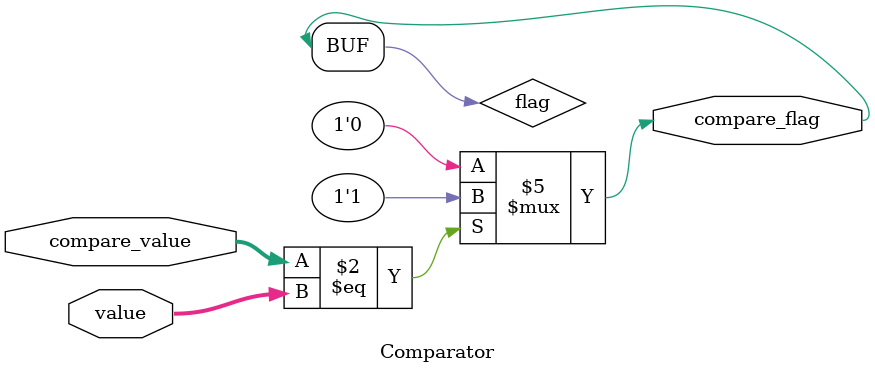
<source format=sv>
module Comparator
#(
	parameter word_length = 8
)
(
//inputs
	input [word_length-1:0] value,
	input [word_length-1:0] compare_value,
//Outputs
	output compare_flag
);
//Variables a utilizar
bit flag=0;

always_comb begin
	if (compare_value == value)
		flag = 1'b1;
	else
		flag = 1'b0;
end 
//asignacion de salida
assign compare_flag = flag;

endmodule

</source>
